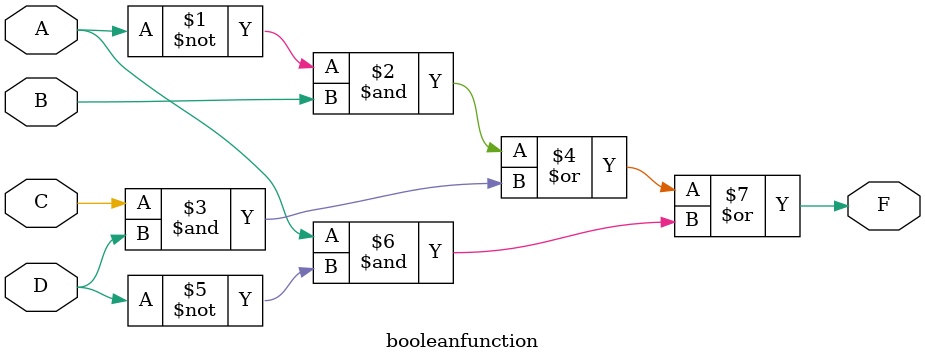
<source format=v>

module booleanfunction(
input wire A,
input wire B,
input wire C,
input wire D,
output wire F
);
assign F = (~A & B) | (C & D) | (A & ~D);
endmodule
</source>
